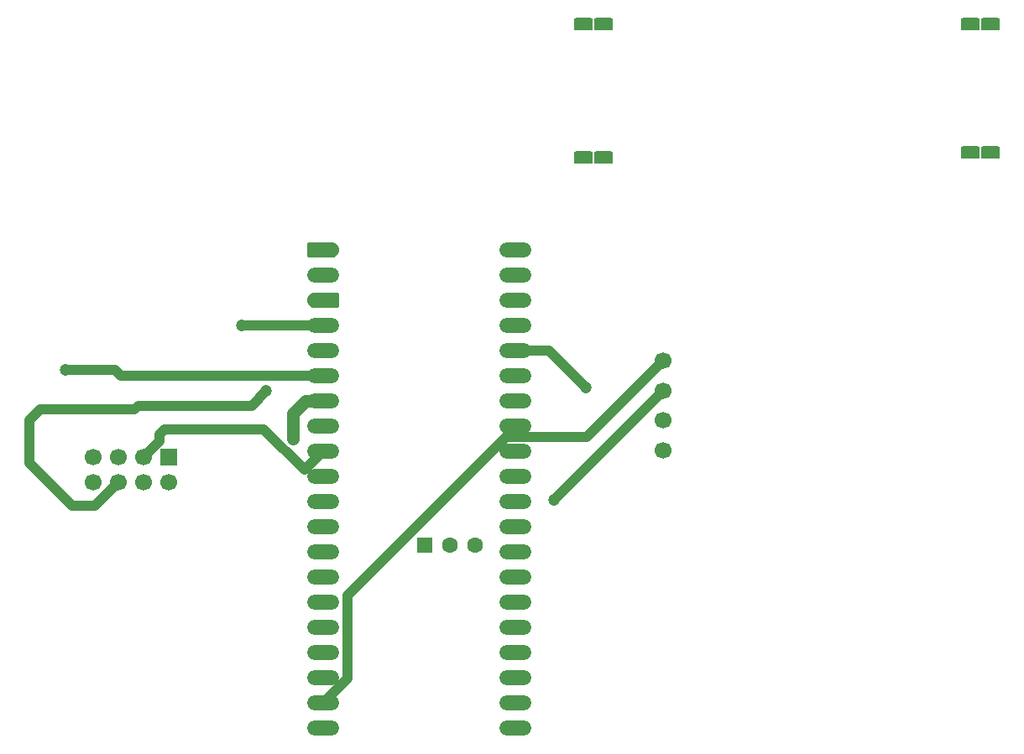
<source format=gbr>
G04 #@! TF.GenerationSoftware,KiCad,Pcbnew,9.0.1*
G04 #@! TF.CreationDate,2025-06-01T14:07:22-05:00*
G04 #@! TF.ProjectId,NUEVO_NODO,4e554556-4f5f-44e4-9f44-4f2e6b696361,rev?*
G04 #@! TF.SameCoordinates,Original*
G04 #@! TF.FileFunction,Copper,L2,Bot*
G04 #@! TF.FilePolarity,Positive*
%FSLAX46Y46*%
G04 Gerber Fmt 4.6, Leading zero omitted, Abs format (unit mm)*
G04 Created by KiCad (PCBNEW 9.0.1) date 2025-06-01 14:07:22*
%MOMM*%
%LPD*%
G01*
G04 APERTURE LIST*
G04 Aperture macros list*
%AMRoundRect*
0 Rectangle with rounded corners*
0 $1 Rounding radius*
0 $2 $3 $4 $5 $6 $7 $8 $9 X,Y pos of 4 corners*
0 Add a 4 corners polygon primitive as box body*
4,1,4,$2,$3,$4,$5,$6,$7,$8,$9,$2,$3,0*
0 Add four circle primitives for the rounded corners*
1,1,$1+$1,$2,$3*
1,1,$1+$1,$4,$5*
1,1,$1+$1,$6,$7*
1,1,$1+$1,$8,$9*
0 Add four rect primitives between the rounded corners*
20,1,$1+$1,$2,$3,$4,$5,0*
20,1,$1+$1,$4,$5,$6,$7,0*
20,1,$1+$1,$6,$7,$8,$9,0*
20,1,$1+$1,$8,$9,$2,$3,0*%
%AMFreePoly0*
4,1,37,0.800000,0.796148,0.878414,0.796148,1.032228,0.765552,1.177117,0.705537,1.307515,0.618408,1.418408,0.507515,1.505537,0.377117,1.565552,0.232228,1.596148,0.078414,1.596148,-0.078414,1.565552,-0.232228,1.505537,-0.377117,1.418408,-0.507515,1.307515,-0.618408,1.177117,-0.705537,1.032228,-0.765552,0.878414,-0.796148,0.800000,-0.796148,0.800000,-0.800000,-1.400000,-0.800000,
-1.403843,-0.796157,-1.439018,-0.796157,-1.511114,-0.766294,-1.566294,-0.711114,-1.596157,-0.639018,-1.596157,-0.603843,-1.600000,-0.600000,-1.600000,0.600000,-1.596157,0.603843,-1.596157,0.639018,-1.566294,0.711114,-1.511114,0.766294,-1.439018,0.796157,-1.403843,0.796157,-1.400000,0.800000,0.800000,0.800000,0.800000,0.796148,0.800000,0.796148,$1*%
%AMFreePoly1*
4,1,37,1.403843,0.796157,1.439018,0.796157,1.511114,0.766294,1.566294,0.711114,1.596157,0.639018,1.596157,0.603843,1.600000,0.600000,1.600000,-0.600000,1.596157,-0.603843,1.596157,-0.639018,1.566294,-0.711114,1.511114,-0.766294,1.439018,-0.796157,1.403843,-0.796157,1.400000,-0.800000,-0.800000,-0.800000,-0.800000,-0.796148,-0.878414,-0.796148,-1.032228,-0.765552,-1.177117,-0.705537,
-1.307515,-0.618408,-1.418408,-0.507515,-1.505537,-0.377117,-1.565552,-0.232228,-1.596148,-0.078414,-1.596148,0.078414,-1.565552,0.232228,-1.505537,0.377117,-1.418408,0.507515,-1.307515,0.618408,-1.177117,0.705537,-1.032228,0.765552,-0.878414,0.796148,-0.800000,0.796148,-0.800000,0.800000,1.400000,0.800000,1.403843,0.796157,1.403843,0.796157,$1*%
G04 Aperture macros list end*
G04 #@! TA.AperFunction,ComponentPad*
%ADD10FreePoly0,0.000000*%
G04 #@! TD*
G04 #@! TA.AperFunction,ComponentPad*
%ADD11RoundRect,0.800000X-0.800000X-0.000010X0.800000X-0.000010X0.800000X0.000010X-0.800000X0.000010X0*%
G04 #@! TD*
G04 #@! TA.AperFunction,ComponentPad*
%ADD12FreePoly1,0.000000*%
G04 #@! TD*
G04 #@! TA.AperFunction,ComponentPad*
%ADD13RoundRect,0.200000X-0.600000X-0.600000X0.600000X-0.600000X0.600000X0.600000X-0.600000X0.600000X0*%
G04 #@! TD*
G04 #@! TA.AperFunction,ComponentPad*
%ADD14C,1.600000*%
G04 #@! TD*
G04 #@! TA.AperFunction,ComponentPad*
%ADD15R,1.700000X1.700000*%
G04 #@! TD*
G04 #@! TA.AperFunction,ComponentPad*
%ADD16C,1.700000*%
G04 #@! TD*
G04 #@! TA.AperFunction,ComponentPad*
%ADD17RoundRect,0.190500X-0.762000X-0.444500X0.762000X-0.444500X0.762000X0.444500X-0.762000X0.444500X0*%
G04 #@! TD*
G04 #@! TA.AperFunction,ViaPad*
%ADD18C,1.200000*%
G04 #@! TD*
G04 #@! TA.AperFunction,Conductor*
%ADD19C,1.000000*%
G04 #@! TD*
G04 #@! TA.AperFunction,Conductor*
%ADD20C,0.200000*%
G04 #@! TD*
G04 #@! TA.AperFunction,Conductor*
%ADD21C,1.300000*%
G04 #@! TD*
G04 APERTURE END LIST*
D10*
X92500000Y-87420000D03*
D11*
X92500000Y-89960000D03*
D12*
X92500000Y-92500000D03*
D11*
X92500000Y-95040000D03*
X92500000Y-97580000D03*
X92500000Y-100120000D03*
X92500000Y-102660000D03*
X92500000Y-105200000D03*
X92500000Y-107740000D03*
X92500000Y-110280000D03*
X92500000Y-112820000D03*
X92500000Y-115360000D03*
X92500000Y-117900000D03*
X92500000Y-120440000D03*
X92500000Y-122980000D03*
X92500000Y-125520000D03*
X92500000Y-128060000D03*
X92500000Y-130600000D03*
X92500000Y-133140000D03*
X92500000Y-135680000D03*
X111880000Y-135680000D03*
X111880000Y-133140000D03*
X111880000Y-130600000D03*
X111880000Y-128060000D03*
X111880000Y-125520000D03*
X111880000Y-122980000D03*
X111880000Y-120440000D03*
X111880000Y-117900000D03*
X111880000Y-115360000D03*
X111880000Y-112820000D03*
X111880000Y-110280000D03*
X111880000Y-107740000D03*
X111880000Y-105200000D03*
X111880000Y-102660000D03*
X111880000Y-100120000D03*
X111880000Y-97580000D03*
X111880000Y-95040000D03*
X111880000Y-92500000D03*
X111880000Y-89960000D03*
X111880000Y-87420000D03*
D13*
X102774100Y-117250000D03*
D14*
X105314100Y-117250000D03*
X107854100Y-117250000D03*
D15*
X76925000Y-108330500D03*
D16*
X76925000Y-110870500D03*
X74385000Y-108330500D03*
X74385000Y-110870500D03*
X71845000Y-108330500D03*
X71845000Y-110870500D03*
X69305000Y-108330500D03*
X69305000Y-110870500D03*
D17*
X118800000Y-64620000D03*
X120800000Y-64620000D03*
X120800000Y-78120000D03*
X159800000Y-64620000D03*
X159800000Y-77620000D03*
X118800000Y-78120000D03*
X157800000Y-64620000D03*
X157800000Y-77620000D03*
D16*
X126800000Y-107620000D03*
X126800000Y-104620000D03*
X126800000Y-101620000D03*
X126800000Y-98620000D03*
D18*
X119000000Y-101320000D03*
X115800000Y-112620000D03*
X86800000Y-101620000D03*
X89500000Y-106500000D03*
X66500000Y-99500000D03*
X84300000Y-95040000D03*
D19*
X94989000Y-122273950D02*
X110961950Y-106301000D01*
X110961950Y-106301000D02*
X119119000Y-106301000D01*
X119119000Y-106301000D02*
X126800000Y-98620000D01*
X94989000Y-130651000D02*
X94989000Y-122273950D01*
X92500000Y-133140000D02*
X94989000Y-130651000D01*
X76500000Y-105500000D02*
X76000000Y-106000000D01*
X90620000Y-109620000D02*
X92500000Y-107740000D01*
X90620000Y-109620000D02*
X86500000Y-105500000D01*
X76000000Y-106715500D02*
X74385000Y-108330500D01*
X86500000Y-105500000D02*
X76500000Y-105500000D01*
X76000000Y-106000000D02*
X76000000Y-106715500D01*
D20*
X112080000Y-128500000D02*
X112029000Y-128449000D01*
D19*
X119000000Y-101320000D02*
X115260000Y-97580000D01*
X115260000Y-97580000D02*
X111880000Y-97580000D01*
X126800000Y-101620000D02*
X115800000Y-112620000D01*
X64000000Y-103500000D02*
X62878720Y-104621280D01*
X62878720Y-108878720D02*
X67215500Y-113215500D01*
X73880000Y-103120000D02*
X73500000Y-103500000D01*
X86800000Y-101620000D02*
X85300000Y-103120000D01*
X67215500Y-113215500D02*
X69500000Y-113215500D01*
X73500000Y-103500000D02*
X64000000Y-103500000D01*
X62878720Y-104621280D02*
X62878720Y-108878720D01*
X69500000Y-113215500D02*
X71845000Y-110870500D01*
X85300000Y-103120000D02*
X73880000Y-103120000D01*
D21*
X89500000Y-103920000D02*
X90760000Y-102660000D01*
X89500000Y-106500000D02*
X89500000Y-103920000D01*
X90760000Y-102660000D02*
X92500000Y-102660000D01*
D19*
X66500000Y-99500000D02*
X71500000Y-99500000D01*
X71500000Y-99500000D02*
X72120000Y-100120000D01*
X72120000Y-100120000D02*
X92500000Y-100120000D01*
X84300000Y-95040000D02*
X92500000Y-95040000D01*
M02*

</source>
